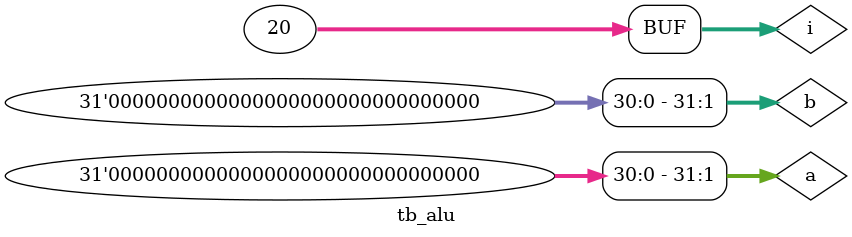
<source format=v>
/** @module tb_alu
 *  @brief ALU testbench
 */
`timescale 1ps/1ps

`include "alu.v"

module tb_alu;

    integer i;

    reg [31:0] a;
    reg [31:0] b;
    wire [31:0] alu_out;

    initial begin
        $dumpfile("tb_alu.vcd");
        $dumpvars;
    end

    initial begin
        $monitor("a = %d, b = %d, alu_out = %d", a, b, alu_out);
    end

    initial begin
        for(i = 0; i < 20; i = i + 1) begin
            a = $random;
            b = $random;
            #10;
        end
    end

    alu ALU (
        .a(a),
        .b(b),
        .c(alu_out)
    );

endmodule
</source>
